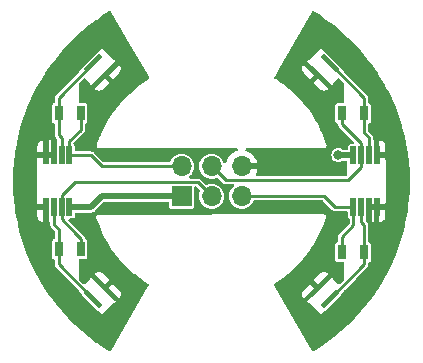
<source format=gbr>
%TF.GenerationSoftware,KiCad,Pcbnew,(6.0.7)*%
%TF.CreationDate,2022-10-08T17:42:11+02:00*%
%TF.ProjectId,Helios_PCB_receiver,48656c69-6f73-45f5-9043-425f72656365,rev?*%
%TF.SameCoordinates,Original*%
%TF.FileFunction,Copper,L1,Top*%
%TF.FilePolarity,Positive*%
%FSLAX46Y46*%
G04 Gerber Fmt 4.6, Leading zero omitted, Abs format (unit mm)*
G04 Created by KiCad (PCBNEW (6.0.7)) date 2022-10-08 17:42:11*
%MOMM*%
%LPD*%
G01*
G04 APERTURE LIST*
G04 Aperture macros list*
%AMRotRect*
0 Rectangle, with rotation*
0 The origin of the aperture is its center*
0 $1 length*
0 $2 width*
0 $3 Rotation angle, in degrees counterclockwise*
0 Add horizontal line*
21,1,$1,$2,0,0,$3*%
G04 Aperture macros list end*
%TA.AperFunction,SMDPad,CuDef*%
%ADD10R,0.500000X1.500000*%
%TD*%
%TA.AperFunction,SMDPad,CuDef*%
%ADD11R,0.700000X1.300000*%
%TD*%
%TA.AperFunction,SMDPad,CuDef*%
%ADD12RotRect,1.900000X0.400000X225.000000*%
%TD*%
%TA.AperFunction,SMDPad,CuDef*%
%ADD13RotRect,1.900000X0.400000X45.000000*%
%TD*%
%TA.AperFunction,SMDPad,CuDef*%
%ADD14RotRect,1.900000X0.400000X315.000000*%
%TD*%
%TA.AperFunction,SMDPad,CuDef*%
%ADD15RotRect,1.900000X0.400000X135.000000*%
%TD*%
%TA.AperFunction,ComponentPad*%
%ADD16R,1.700000X1.700000*%
%TD*%
%TA.AperFunction,ComponentPad*%
%ADD17O,1.700000X1.700000*%
%TD*%
%TA.AperFunction,ViaPad*%
%ADD18C,0.800000*%
%TD*%
%TA.AperFunction,Conductor*%
%ADD19C,0.250000*%
%TD*%
%TA.AperFunction,Conductor*%
%ADD20C,0.500000*%
%TD*%
G04 APERTURE END LIST*
D10*
%TO.P,U1,1,OA*%
%TO.N,O2*%
X177025000Y-102200000D03*
%TO.P,U1,2,-IA*%
%TO.N,Net-(F2-Pad1)*%
X177675000Y-102200000D03*
%TO.P,U1,3,+IA*%
%TO.N,GND*%
X178325000Y-102200000D03*
%TO.P,U1,4,GND*%
X178975000Y-102200000D03*
%TO.P,U1,5,+IB*%
X178975000Y-97800000D03*
%TO.P,U1,6,-IB*%
%TO.N,Net-(F3-Pad1)*%
X178325000Y-97800000D03*
%TO.P,U1,7,OB*%
%TO.N,O3*%
X177675000Y-97800000D03*
%TO.P,U1,8,VCC*%
%TO.N,VCC*%
X177025000Y-97800000D03*
%TD*%
D11*
%TO.P,R0,1*%
%TO.N,O0*%
X153950000Y-94250000D03*
%TO.P,R0,2*%
%TO.N,Net-(F0-Pad1)*%
X152050000Y-94250000D03*
%TD*%
D12*
%TO.P,F2,1,K*%
%TO.N,Net-(F2-Pad1)*%
X174994975Y-109994975D03*
%TO.P,F2,2,A*%
%TO.N,GND*%
X174005025Y-109005025D03*
%TD*%
D13*
%TO.P,F0,1,K*%
%TO.N,Net-(F0-Pad1)*%
X155005025Y-90005025D03*
%TO.P,F0,2,A*%
%TO.N,GND*%
X155994975Y-90994975D03*
%TD*%
D11*
%TO.P,R3,1*%
%TO.N,O3*%
X176050000Y-94250000D03*
%TO.P,R3,2*%
%TO.N,Net-(F3-Pad1)*%
X177950000Y-94250000D03*
%TD*%
D10*
%TO.P,U0,1,OA*%
%TO.N,O0*%
X152975000Y-97800000D03*
%TO.P,U0,2,-IA*%
%TO.N,Net-(F0-Pad1)*%
X152325000Y-97800000D03*
%TO.P,U0,3,+IA*%
%TO.N,GND*%
X151675000Y-97800000D03*
%TO.P,U0,4,GND*%
X151025000Y-97800000D03*
%TO.P,U0,5,+IB*%
X151025000Y-102200000D03*
%TO.P,U0,6,-IB*%
%TO.N,Net-(F1-Pad1)*%
X151675000Y-102200000D03*
%TO.P,U0,7,OB*%
%TO.N,O1*%
X152325000Y-102200000D03*
%TO.P,U0,8,VCC*%
%TO.N,VCC*%
X152975000Y-102200000D03*
%TD*%
D14*
%TO.P,F3,1,K*%
%TO.N,Net-(F3-Pad1)*%
X174994975Y-90005025D03*
%TO.P,F3,2,A*%
%TO.N,GND*%
X174005025Y-90994975D03*
%TD*%
D15*
%TO.P,F1,1,K*%
%TO.N,Net-(F1-Pad1)*%
X155005025Y-109994975D03*
%TO.P,F1,2,A*%
%TO.N,GND*%
X155994975Y-109005025D03*
%TD*%
D11*
%TO.P,R2,1*%
%TO.N,O2*%
X176050000Y-106000000D03*
%TO.P,R2,2*%
%TO.N,Net-(F2-Pad1)*%
X177950000Y-106000000D03*
%TD*%
D16*
%TO.P,J0,1,Pin_1*%
%TO.N,VCC*%
X162475000Y-101275000D03*
D17*
%TO.P,J0,2,Pin_2*%
%TO.N,O0*%
X162475000Y-98735000D03*
%TO.P,J0,3,Pin_3*%
%TO.N,O1*%
X165015000Y-101275000D03*
%TO.P,J0,4,Pin_4*%
%TO.N,O3*%
X165015000Y-98735000D03*
%TO.P,J0,5,Pin_5*%
%TO.N,O2*%
X167555000Y-101275000D03*
%TO.P,J0,6,Pin_6*%
%TO.N,GND*%
X167555000Y-98735000D03*
%TD*%
D11*
%TO.P,R1,1*%
%TO.N,O1*%
X153950000Y-105750000D03*
%TO.P,R1,2*%
%TO.N,Net-(F1-Pad1)*%
X152050000Y-105750000D03*
%TD*%
D18*
%TO.N,VCC*%
X175750000Y-97800000D03*
%TD*%
D19*
%TO.N,Net-(F0-Pad1)*%
X152050000Y-96050000D02*
X152050000Y-94250000D01*
X152325000Y-96325000D02*
X152050000Y-96050000D01*
X155005025Y-90005025D02*
X152050000Y-92960050D01*
X152325000Y-97800000D02*
X152325000Y-96325000D01*
X152050000Y-92960050D02*
X152050000Y-94250000D01*
%TO.N,Net-(F1-Pad1)*%
X151675000Y-103675000D02*
X152050000Y-104050000D01*
X152050000Y-104050000D02*
X152050000Y-105750000D01*
X151675000Y-102200000D02*
X151675000Y-103675000D01*
X152050000Y-107039950D02*
X152050000Y-105750000D01*
X155005025Y-109994975D02*
X152050000Y-107039950D01*
%TO.N,Net-(F2-Pad1)*%
X177950000Y-103700000D02*
X177950000Y-106000000D01*
X177950000Y-106000000D02*
X177950000Y-107039950D01*
X177950000Y-107039950D02*
X174994975Y-109994975D01*
X177675000Y-103425000D02*
X177950000Y-103700000D01*
X177675000Y-102200000D02*
X177675000Y-103425000D01*
%TO.N,Net-(F3-Pad1)*%
X174994975Y-90005025D02*
X177950000Y-92960050D01*
X177950000Y-95900000D02*
X177950000Y-94250000D01*
X177950000Y-92960050D02*
X177950000Y-94250000D01*
X178325000Y-96275000D02*
X177950000Y-95900000D01*
X178325000Y-97800000D02*
X178325000Y-96275000D01*
%TO.N,O0*%
X153950000Y-94250000D02*
X153950000Y-95650000D01*
X153950000Y-95650000D02*
X152975000Y-96625000D01*
X162475000Y-98735000D02*
X155735000Y-98735000D01*
X155735000Y-98735000D02*
X154800000Y-97800000D01*
X152975000Y-96625000D02*
X152975000Y-97800000D01*
X154800000Y-97800000D02*
X152975000Y-97800000D01*
%TO.N,O1*%
X163840000Y-100100000D02*
X153425000Y-100100000D01*
X165015000Y-101275000D02*
X163840000Y-100100000D01*
X153950000Y-104850000D02*
X153550000Y-104450000D01*
X153950000Y-105750000D02*
X153950000Y-104850000D01*
X152325000Y-103225000D02*
X152325000Y-102200000D01*
X153550000Y-104450000D02*
X152325000Y-103225000D01*
X152325000Y-101200000D02*
X152325000Y-102200000D01*
X153425000Y-100100000D02*
X152325000Y-101200000D01*
%TO.N,O2*%
X175450000Y-102200000D02*
X177025000Y-102200000D01*
X176050000Y-104700000D02*
X177025000Y-103725000D01*
X176050000Y-106000000D02*
X176050000Y-104700000D01*
X167555000Y-101275000D02*
X174525000Y-101275000D01*
X177025000Y-103725000D02*
X177025000Y-102200000D01*
X174525000Y-101275000D02*
X175450000Y-102200000D01*
%TO.N,O3*%
X166190000Y-99910000D02*
X176565000Y-99910000D01*
X176565000Y-99910000D02*
X177675000Y-98800000D01*
X177675000Y-96800000D02*
X177675000Y-97800000D01*
X176050000Y-94250000D02*
X176050000Y-95175000D01*
X176050000Y-95175000D02*
X177675000Y-96800000D01*
X177675000Y-98800000D02*
X177675000Y-97800000D01*
X165015000Y-98735000D02*
X166190000Y-99910000D01*
D20*
%TO.N,VCC*%
X154800000Y-102200000D02*
X153025000Y-102200000D01*
X155725000Y-101275000D02*
X154800000Y-102200000D01*
X175750000Y-97800000D02*
X176975000Y-97800000D01*
X162475000Y-101275000D02*
X155725000Y-101275000D01*
%TD*%
%TA.AperFunction,Conductor*%
%TO.N,GND*%
G36*
X156466659Y-85619069D02*
G01*
X156505116Y-85660444D01*
X157757826Y-87834263D01*
X159586635Y-91007783D01*
X159691591Y-91189913D01*
X159708273Y-91258922D01*
X159684998Y-91325995D01*
X159648422Y-91360155D01*
X159430799Y-91493979D01*
X159430776Y-91493994D01*
X159429254Y-91494930D01*
X159427788Y-91495951D01*
X159427773Y-91495961D01*
X158954544Y-91825599D01*
X158954533Y-91825607D01*
X158953066Y-91826629D01*
X158496578Y-92184956D01*
X158495254Y-92186124D01*
X158495246Y-92186130D01*
X158343296Y-92320099D01*
X158061279Y-92568744D01*
X158060023Y-92569986D01*
X158060012Y-92569996D01*
X157837981Y-92789503D01*
X157648586Y-92976744D01*
X157259844Y-93407626D01*
X157258727Y-93409016D01*
X157258721Y-93409023D01*
X157251486Y-93418026D01*
X156896320Y-93859986D01*
X156559197Y-94332350D01*
X156558229Y-94333885D01*
X156558224Y-94333892D01*
X156430006Y-94537150D01*
X156249575Y-94823179D01*
X156248705Y-94824750D01*
X156248701Y-94824757D01*
X155972458Y-95323658D01*
X155968462Y-95330874D01*
X155716774Y-95853782D01*
X155606657Y-96120525D01*
X155501499Y-96375255D01*
X155495330Y-96390198D01*
X155494749Y-96391870D01*
X155494746Y-96391878D01*
X155436404Y-96559784D01*
X155348785Y-96811946D01*
X155307686Y-96930225D01*
X155306357Y-96933578D01*
X155304107Y-96937386D01*
X155303890Y-96938071D01*
X155303312Y-96945145D01*
X155303311Y-96945148D01*
X155303208Y-96946412D01*
X155303181Y-96946590D01*
X155299503Y-96954228D01*
X155299500Y-96968413D01*
X155299500Y-96968415D01*
X155299497Y-96986653D01*
X155299078Y-96996899D01*
X155296433Y-97029242D01*
X155299488Y-97037191D01*
X155299487Y-97045704D01*
X155307347Y-97062042D01*
X155313547Y-97074931D01*
X155317614Y-97084348D01*
X155329252Y-97114627D01*
X155335450Y-97120463D01*
X155339142Y-97128137D01*
X155364497Y-97148384D01*
X155372239Y-97155101D01*
X155395852Y-97177334D01*
X155403968Y-97179905D01*
X155410623Y-97185219D01*
X155438422Y-97191591D01*
X155442252Y-97192469D01*
X155452147Y-97195166D01*
X155469529Y-97200672D01*
X155469530Y-97200672D01*
X155483058Y-97204957D01*
X155505540Y-97201748D01*
X155523250Y-97200484D01*
X167112362Y-97192314D01*
X167180497Y-97212268D01*
X167227028Y-97265891D01*
X167237181Y-97336158D01*
X167207734Y-97400759D01*
X167151596Y-97438079D01*
X167031868Y-97477212D01*
X167022359Y-97481209D01*
X166833463Y-97579542D01*
X166824738Y-97585036D01*
X166654433Y-97712905D01*
X166646726Y-97719748D01*
X166499590Y-97873717D01*
X166493104Y-97881727D01*
X166373098Y-98057649D01*
X166368000Y-98066623D01*
X166278338Y-98259783D01*
X166274775Y-98269470D01*
X166246012Y-98373185D01*
X166208533Y-98433483D01*
X166144405Y-98463946D01*
X166073986Y-98454903D01*
X166019636Y-98409224D01*
X166003973Y-98375933D01*
X166002965Y-98372595D01*
X165990935Y-98332749D01*
X165894218Y-98150849D01*
X165795654Y-98029998D01*
X165767906Y-97995975D01*
X165767903Y-97995972D01*
X165764011Y-97991200D01*
X165722383Y-97956762D01*
X165610025Y-97863811D01*
X165610021Y-97863809D01*
X165605275Y-97859882D01*
X165424055Y-97761897D01*
X165227254Y-97700977D01*
X165221129Y-97700333D01*
X165221128Y-97700333D01*
X165028498Y-97680087D01*
X165028496Y-97680087D01*
X165022369Y-97679443D01*
X164935529Y-97687346D01*
X164823342Y-97697555D01*
X164823339Y-97697556D01*
X164817203Y-97698114D01*
X164619572Y-97756280D01*
X164437002Y-97851726D01*
X164432201Y-97855586D01*
X164432198Y-97855588D01*
X164399688Y-97881727D01*
X164276447Y-97980815D01*
X164144024Y-98138630D01*
X164141056Y-98144028D01*
X164141053Y-98144033D01*
X164091976Y-98233305D01*
X164044776Y-98319162D01*
X163982484Y-98515532D01*
X163981798Y-98521649D01*
X163981797Y-98521653D01*
X163960207Y-98714137D01*
X163959520Y-98720262D01*
X163960036Y-98726406D01*
X163975902Y-98915342D01*
X163976759Y-98925553D01*
X163978458Y-98931478D01*
X164016534Y-99064264D01*
X164033544Y-99123586D01*
X164036359Y-99129063D01*
X164036360Y-99129066D01*
X164124897Y-99301341D01*
X164127712Y-99306818D01*
X164255677Y-99468270D01*
X164260370Y-99472264D01*
X164260371Y-99472265D01*
X164378869Y-99573114D01*
X164412564Y-99601791D01*
X164417942Y-99604797D01*
X164417944Y-99604798D01*
X164456342Y-99626258D01*
X164592398Y-99702297D01*
X164667352Y-99726651D01*
X164782471Y-99764056D01*
X164782475Y-99764057D01*
X164788329Y-99765959D01*
X164992894Y-99790351D01*
X164999029Y-99789879D01*
X164999031Y-99789879D01*
X165055039Y-99785569D01*
X165198300Y-99774546D01*
X165204230Y-99772890D01*
X165204232Y-99772890D01*
X165390797Y-99720800D01*
X165390796Y-99720800D01*
X165396725Y-99719145D01*
X165402221Y-99716369D01*
X165409722Y-99712580D01*
X165479544Y-99699721D01*
X165545235Y-99726651D01*
X165555626Y-99735952D01*
X165945889Y-100126215D01*
X165953316Y-100134319D01*
X165977545Y-100163194D01*
X165987094Y-100168707D01*
X166010185Y-100182039D01*
X166019456Y-100187945D01*
X166050316Y-100209554D01*
X166060966Y-100212408D01*
X166064134Y-100213885D01*
X166067410Y-100215077D01*
X166076955Y-100220588D01*
X166110699Y-100226538D01*
X166114058Y-100227130D01*
X166124785Y-100229508D01*
X166161193Y-100239264D01*
X166172178Y-100238303D01*
X166172180Y-100238303D01*
X166198728Y-100235980D01*
X166209710Y-100235500D01*
X166813511Y-100235500D01*
X166881632Y-100255502D01*
X166928125Y-100309158D01*
X166938229Y-100379432D01*
X166908735Y-100444012D01*
X166892464Y-100459696D01*
X166816447Y-100520815D01*
X166684024Y-100678630D01*
X166681056Y-100684028D01*
X166681053Y-100684033D01*
X166590740Y-100848314D01*
X166584776Y-100859162D01*
X166522484Y-101055532D01*
X166521798Y-101061649D01*
X166521797Y-101061653D01*
X166510966Y-101158216D01*
X166499520Y-101260262D01*
X166500036Y-101266406D01*
X166513795Y-101430252D01*
X166516759Y-101465553D01*
X166518458Y-101471478D01*
X166566037Y-101637405D01*
X166573544Y-101663586D01*
X166576359Y-101669063D01*
X166576360Y-101669066D01*
X166643218Y-101799158D01*
X166667712Y-101846818D01*
X166795677Y-102008270D01*
X166800370Y-102012264D01*
X166800371Y-102012265D01*
X166875260Y-102076000D01*
X166952564Y-102141791D01*
X167132398Y-102242297D01*
X167216280Y-102269552D01*
X167322471Y-102304056D01*
X167322475Y-102304057D01*
X167328329Y-102305959D01*
X167532894Y-102330351D01*
X167539029Y-102329879D01*
X167539031Y-102329879D01*
X167611625Y-102324293D01*
X167738300Y-102314546D01*
X167744230Y-102312890D01*
X167744232Y-102312890D01*
X167930797Y-102260800D01*
X167930796Y-102260800D01*
X167936725Y-102259145D01*
X167942214Y-102256372D01*
X167942220Y-102256370D01*
X168115116Y-102169033D01*
X168120610Y-102166258D01*
X168282951Y-102039424D01*
X168361582Y-101948329D01*
X168413540Y-101888134D01*
X168413540Y-101888133D01*
X168417564Y-101883472D01*
X168438387Y-101846818D01*
X168501083Y-101736452D01*
X168519323Y-101704344D01*
X168525184Y-101686726D01*
X168565666Y-101628403D01*
X168631254Y-101601224D01*
X168644741Y-101600500D01*
X174337984Y-101600500D01*
X174406105Y-101620502D01*
X174427079Y-101637405D01*
X175205889Y-102416215D01*
X175213316Y-102424319D01*
X175237545Y-102453194D01*
X175247094Y-102458707D01*
X175270185Y-102472039D01*
X175279456Y-102477945D01*
X175310316Y-102499554D01*
X175320966Y-102502408D01*
X175324134Y-102503885D01*
X175327410Y-102505077D01*
X175336955Y-102510588D01*
X175370699Y-102516538D01*
X175374058Y-102517130D01*
X175384785Y-102519508D01*
X175421193Y-102529264D01*
X175432169Y-102528304D01*
X175432172Y-102528304D01*
X175458743Y-102525979D01*
X175469724Y-102525500D01*
X176448500Y-102525500D01*
X176516621Y-102545502D01*
X176563114Y-102599158D01*
X176574500Y-102651500D01*
X176574500Y-102969748D01*
X176575707Y-102975816D01*
X176583712Y-103016058D01*
X176586133Y-103028231D01*
X176630448Y-103094552D01*
X176640761Y-103101443D01*
X176640765Y-103101447D01*
X176643501Y-103103275D01*
X176648121Y-103108803D01*
X176649540Y-103110222D01*
X176649413Y-103110349D01*
X176689029Y-103157751D01*
X176699500Y-103208040D01*
X176699500Y-103537983D01*
X176679498Y-103606104D01*
X176662595Y-103627078D01*
X175833787Y-104455886D01*
X175825684Y-104463312D01*
X175805249Y-104480460D01*
X175796806Y-104487545D01*
X175791296Y-104497089D01*
X175791295Y-104497090D01*
X175777961Y-104520185D01*
X175772055Y-104529456D01*
X175750446Y-104560316D01*
X175747592Y-104570966D01*
X175746115Y-104574134D01*
X175744923Y-104577410D01*
X175739412Y-104586955D01*
X175736072Y-104605900D01*
X175732870Y-104624058D01*
X175730492Y-104634785D01*
X175720736Y-104671193D01*
X175721697Y-104682178D01*
X175721697Y-104682180D01*
X175724020Y-104708728D01*
X175724500Y-104719710D01*
X175724500Y-105037293D01*
X175704498Y-105105414D01*
X175650842Y-105151907D01*
X175645295Y-105153698D01*
X175645405Y-105153963D01*
X175633939Y-105158712D01*
X175621769Y-105161133D01*
X175555448Y-105205448D01*
X175511133Y-105271769D01*
X175499500Y-105330252D01*
X175499500Y-106669748D01*
X175511133Y-106728231D01*
X175555448Y-106794552D01*
X175621769Y-106838867D01*
X175633938Y-106841288D01*
X175633939Y-106841288D01*
X175657815Y-106846037D01*
X175680252Y-106850500D01*
X176124000Y-106850500D01*
X176192121Y-106870502D01*
X176238614Y-106924158D01*
X176250000Y-106976500D01*
X176250000Y-108227432D01*
X176229998Y-108295553D01*
X176213095Y-108316527D01*
X175853906Y-108675716D01*
X175791594Y-108709742D01*
X175720779Y-108704677D01*
X175675716Y-108675716D01*
X175310388Y-108310388D01*
X175284782Y-108273443D01*
X175253836Y-108205378D01*
X175245613Y-108192025D01*
X175213546Y-108152143D01*
X175209004Y-108147081D01*
X175190217Y-108128295D01*
X175176276Y-108120683D01*
X175174441Y-108120814D01*
X175167827Y-108125065D01*
X174005025Y-109287868D01*
X173128297Y-110164595D01*
X173120683Y-110178539D01*
X173120814Y-110180373D01*
X173125063Y-110186985D01*
X173147069Y-110208991D01*
X173152153Y-110213553D01*
X173192026Y-110245614D01*
X173205377Y-110253835D01*
X173273443Y-110284782D01*
X173310388Y-110310388D01*
X174250000Y-111250000D01*
X174466053Y-111033947D01*
X174519690Y-111005277D01*
X174519238Y-111004185D01*
X174530322Y-110999594D01*
X174530566Y-110999463D01*
X174542876Y-110997015D01*
X174592456Y-110963887D01*
X175963887Y-109592456D01*
X175997015Y-109542876D01*
X175999463Y-109530566D01*
X175999594Y-109530322D01*
X176004185Y-109519238D01*
X176005277Y-109519690D01*
X176033947Y-109466053D01*
X176250000Y-109250000D01*
X176246238Y-109246238D01*
X176252921Y-109234001D01*
X176261102Y-109196391D01*
X176282595Y-109167681D01*
X177200277Y-108250000D01*
X178166222Y-107284055D01*
X178174326Y-107276628D01*
X178194749Y-107259491D01*
X178203194Y-107252405D01*
X178222039Y-107219765D01*
X178227943Y-107210497D01*
X178243231Y-107188663D01*
X178249553Y-107179634D01*
X178252406Y-107168988D01*
X178253883Y-107165820D01*
X178255076Y-107162543D01*
X178260588Y-107152995D01*
X178267132Y-107115881D01*
X178269512Y-107105146D01*
X178276410Y-107079404D01*
X178279263Y-107068757D01*
X178275979Y-107031219D01*
X178275500Y-107020238D01*
X178275500Y-106962707D01*
X178295502Y-106894586D01*
X178349158Y-106848093D01*
X178354705Y-106846302D01*
X178354595Y-106846037D01*
X178366061Y-106841288D01*
X178378231Y-106838867D01*
X178444552Y-106794552D01*
X178488867Y-106728231D01*
X178500500Y-106669748D01*
X178500500Y-105330252D01*
X178488867Y-105271769D01*
X178444552Y-105205448D01*
X178378231Y-105161133D01*
X178366061Y-105158712D01*
X178354595Y-105153963D01*
X178356218Y-105150044D01*
X178314007Y-105127963D01*
X178278877Y-105066267D01*
X178275500Y-105037293D01*
X178275500Y-103719710D01*
X178275980Y-103708728D01*
X178278303Y-103682180D01*
X178278303Y-103682178D01*
X178279264Y-103671193D01*
X178269508Y-103634785D01*
X178267130Y-103624058D01*
X178263964Y-103606104D01*
X178260588Y-103586955D01*
X178255077Y-103577410D01*
X178253885Y-103574134D01*
X178252408Y-103570966D01*
X178249554Y-103560316D01*
X178227945Y-103529456D01*
X178222039Y-103520185D01*
X178208707Y-103497094D01*
X178203194Y-103487545D01*
X178174317Y-103463315D01*
X178166215Y-103455889D01*
X178150210Y-103439884D01*
X178575000Y-103439884D01*
X178579475Y-103455123D01*
X178580865Y-103456328D01*
X178588548Y-103457999D01*
X178619670Y-103457999D01*
X178626482Y-103457630D01*
X178636386Y-103456554D01*
X178663607Y-103456554D01*
X178673523Y-103457631D01*
X178680327Y-103458000D01*
X178706885Y-103458000D01*
X178722124Y-103453525D01*
X178723329Y-103452135D01*
X178725000Y-103444452D01*
X178725000Y-103439884D01*
X179225000Y-103439884D01*
X179229475Y-103455123D01*
X179230865Y-103456328D01*
X179238548Y-103457999D01*
X179269669Y-103457999D01*
X179276490Y-103457629D01*
X179327352Y-103452105D01*
X179342604Y-103448479D01*
X179463054Y-103403324D01*
X179478649Y-103394786D01*
X179580724Y-103318285D01*
X179593285Y-103305724D01*
X179669786Y-103203649D01*
X179678324Y-103188054D01*
X179723478Y-103067606D01*
X179727105Y-103052351D01*
X179732631Y-103001486D01*
X179733000Y-102994672D01*
X179733000Y-102468115D01*
X179728525Y-102452876D01*
X179727135Y-102451671D01*
X179719452Y-102450000D01*
X179243115Y-102450000D01*
X179227876Y-102454475D01*
X179226671Y-102455865D01*
X179225000Y-102463548D01*
X179225000Y-103439884D01*
X178725000Y-103439884D01*
X178725000Y-102468115D01*
X178720525Y-102452876D01*
X178719135Y-102451671D01*
X178711452Y-102450000D01*
X178593115Y-102450000D01*
X178577876Y-102454475D01*
X178576671Y-102455865D01*
X178575000Y-102463548D01*
X178575000Y-103439884D01*
X178150210Y-103439884D01*
X178111905Y-103401579D01*
X178077879Y-103339267D01*
X178075000Y-103312484D01*
X178075000Y-103124621D01*
X178096235Y-103054619D01*
X178106972Y-103038550D01*
X178113867Y-103028231D01*
X178125500Y-102969748D01*
X178125500Y-102076000D01*
X178145502Y-102007879D01*
X178199158Y-101961386D01*
X178251500Y-101950000D01*
X179714884Y-101950000D01*
X179730123Y-101945525D01*
X179731328Y-101944135D01*
X179732999Y-101936452D01*
X179732999Y-101808822D01*
X179742689Y-101775819D01*
X179741493Y-101775559D01*
X179747053Y-101750000D01*
X179750000Y-101750000D01*
X179750000Y-98250000D01*
X179744681Y-98250000D01*
X179738104Y-98227601D01*
X179733000Y-98192103D01*
X179733000Y-98068115D01*
X179728525Y-98052876D01*
X179727135Y-98051671D01*
X179719452Y-98050000D01*
X178901500Y-98050000D01*
X178833379Y-98029998D01*
X178786886Y-97976342D01*
X178775500Y-97924000D01*
X178775500Y-97531885D01*
X179225000Y-97531885D01*
X179229475Y-97547124D01*
X179230865Y-97548329D01*
X179238548Y-97550000D01*
X179714884Y-97550000D01*
X179730123Y-97545525D01*
X179731328Y-97544135D01*
X179732999Y-97536452D01*
X179732999Y-97005331D01*
X179732629Y-96998510D01*
X179727105Y-96947648D01*
X179723479Y-96932396D01*
X179678324Y-96811946D01*
X179669786Y-96796351D01*
X179593285Y-96694276D01*
X179580724Y-96681715D01*
X179478649Y-96605214D01*
X179463054Y-96596676D01*
X179342606Y-96551522D01*
X179327351Y-96547895D01*
X179276486Y-96542369D01*
X179269672Y-96542000D01*
X179243115Y-96542000D01*
X179227876Y-96546475D01*
X179226671Y-96547865D01*
X179225000Y-96555548D01*
X179225000Y-97531885D01*
X178775500Y-97531885D01*
X178775500Y-97030252D01*
X178763867Y-96971769D01*
X178746235Y-96945381D01*
X178725000Y-96875379D01*
X178725000Y-96560116D01*
X178720525Y-96544877D01*
X178694830Y-96522612D01*
X178696155Y-96521083D01*
X178687421Y-96516316D01*
X178653385Y-96454010D01*
X178650500Y-96427204D01*
X178650500Y-96294710D01*
X178650980Y-96283728D01*
X178653303Y-96257180D01*
X178653303Y-96257178D01*
X178654264Y-96246193D01*
X178644508Y-96209785D01*
X178642130Y-96199058D01*
X178639707Y-96185316D01*
X178635588Y-96161955D01*
X178630077Y-96152410D01*
X178628885Y-96149134D01*
X178627408Y-96145966D01*
X178624554Y-96135316D01*
X178602945Y-96104456D01*
X178597039Y-96095185D01*
X178583707Y-96072094D01*
X178578194Y-96062545D01*
X178549317Y-96038315D01*
X178541215Y-96030889D01*
X178312405Y-95802079D01*
X178278379Y-95739767D01*
X178275500Y-95712984D01*
X178275500Y-95212707D01*
X178295502Y-95144586D01*
X178349158Y-95098093D01*
X178354705Y-95096302D01*
X178354595Y-95096037D01*
X178366061Y-95091288D01*
X178378231Y-95088867D01*
X178444552Y-95044552D01*
X178488867Y-94978231D01*
X178500500Y-94919748D01*
X178500500Y-93580252D01*
X178488867Y-93521769D01*
X178444552Y-93455448D01*
X178378231Y-93411133D01*
X178366061Y-93408712D01*
X178354595Y-93403963D01*
X178356218Y-93400044D01*
X178314007Y-93377963D01*
X178278877Y-93316267D01*
X178275500Y-93287293D01*
X178275500Y-92979748D01*
X178275980Y-92968766D01*
X178278302Y-92942230D01*
X178278302Y-92942228D01*
X178279263Y-92931243D01*
X178269512Y-92894853D01*
X178267132Y-92884119D01*
X178262502Y-92857862D01*
X178260588Y-92847005D01*
X178255076Y-92837457D01*
X178253883Y-92834180D01*
X178252406Y-92831012D01*
X178249553Y-92820366D01*
X178227942Y-92789502D01*
X178222038Y-92780234D01*
X178208707Y-92757144D01*
X178203194Y-92747595D01*
X178174331Y-92723376D01*
X178166227Y-92715950D01*
X177244899Y-91794622D01*
X176281551Y-90831275D01*
X176247526Y-90768963D01*
X176245453Y-90754547D01*
X176250000Y-90750000D01*
X176033947Y-90533947D01*
X176005277Y-90480310D01*
X176004185Y-90480762D01*
X175999594Y-90469678D01*
X175999463Y-90469433D01*
X175999436Y-90469296D01*
X175997015Y-90457124D01*
X175963887Y-90407544D01*
X174592456Y-89036113D01*
X174542876Y-89002985D01*
X174530566Y-89000537D01*
X174530322Y-89000406D01*
X174519238Y-88995815D01*
X174519690Y-88994723D01*
X174466053Y-88966053D01*
X174250000Y-88750000D01*
X173310388Y-89689612D01*
X173273443Y-89715218D01*
X173205378Y-89746164D01*
X173192025Y-89754387D01*
X173152143Y-89786454D01*
X173147081Y-89790996D01*
X173128295Y-89809783D01*
X173120683Y-89823724D01*
X173120814Y-89825559D01*
X173125064Y-89832172D01*
X174005025Y-90712132D01*
X175164599Y-91871707D01*
X175178537Y-91879318D01*
X175180373Y-91879186D01*
X175186985Y-91874937D01*
X175208991Y-91852931D01*
X175213553Y-91847847D01*
X175245614Y-91807974D01*
X175253835Y-91794623D01*
X175284782Y-91726557D01*
X175310388Y-91689612D01*
X175675716Y-91324284D01*
X175738028Y-91290258D01*
X175808843Y-91295323D01*
X175853906Y-91324284D01*
X176213095Y-91683473D01*
X176247121Y-91745785D01*
X176250000Y-91772568D01*
X176250000Y-93273500D01*
X176229998Y-93341621D01*
X176176342Y-93388114D01*
X176124000Y-93399500D01*
X175680252Y-93399500D01*
X175674184Y-93400707D01*
X175633939Y-93408712D01*
X175633938Y-93408712D01*
X175621769Y-93411133D01*
X175555448Y-93455448D01*
X175511133Y-93521769D01*
X175499500Y-93580252D01*
X175499500Y-94919748D01*
X175511133Y-94978231D01*
X175555448Y-95044552D01*
X175621769Y-95088867D01*
X175633940Y-95091288D01*
X175645140Y-95095927D01*
X175700421Y-95140474D01*
X175721241Y-95198030D01*
X175720736Y-95203807D01*
X175723590Y-95214456D01*
X175730491Y-95240210D01*
X175732870Y-95250942D01*
X175739412Y-95288045D01*
X175744923Y-95297590D01*
X175746115Y-95300866D01*
X175747592Y-95304034D01*
X175750446Y-95314684D01*
X175761783Y-95330874D01*
X175772055Y-95345544D01*
X175777961Y-95354815D01*
X175790193Y-95376000D01*
X175796806Y-95387455D01*
X175805251Y-95394541D01*
X175825682Y-95411685D01*
X175833785Y-95419111D01*
X177049079Y-96634405D01*
X177083105Y-96696717D01*
X177078040Y-96767532D01*
X177035493Y-96824368D01*
X176968973Y-96849179D01*
X176959984Y-96849500D01*
X176755252Y-96849500D01*
X176749184Y-96850707D01*
X176708939Y-96858712D01*
X176708938Y-96858712D01*
X176696769Y-96861133D01*
X176630448Y-96905448D01*
X176586133Y-96971769D01*
X176583712Y-96983938D01*
X176583712Y-96983939D01*
X176577474Y-97015299D01*
X176574500Y-97030252D01*
X176574500Y-97223500D01*
X176554498Y-97291621D01*
X176500842Y-97338114D01*
X176448500Y-97349500D01*
X176192099Y-97349500D01*
X176123978Y-97329498D01*
X176115395Y-97323463D01*
X176059392Y-97280491D01*
X176052841Y-97275464D01*
X175906762Y-97214956D01*
X175750000Y-97194318D01*
X175593238Y-97214956D01*
X175447159Y-97275464D01*
X175321718Y-97371718D01*
X175225464Y-97497159D01*
X175164956Y-97643238D01*
X175144318Y-97800000D01*
X175164956Y-97956762D01*
X175225464Y-98102841D01*
X175321718Y-98228282D01*
X175328264Y-98233305D01*
X175350673Y-98250500D01*
X175447159Y-98324536D01*
X175593238Y-98385044D01*
X175601426Y-98386122D01*
X175671619Y-98395363D01*
X175750000Y-98405682D01*
X175758188Y-98404604D01*
X175898574Y-98386122D01*
X175906762Y-98385044D01*
X176052841Y-98324536D01*
X176115395Y-98276537D01*
X176181616Y-98250937D01*
X176192099Y-98250500D01*
X176374000Y-98250500D01*
X176442121Y-98270502D01*
X176488614Y-98324158D01*
X176500000Y-98376500D01*
X176500000Y-99458500D01*
X176479998Y-99526621D01*
X176426342Y-99573114D01*
X176374000Y-99584500D01*
X168852855Y-99584500D01*
X168784734Y-99564498D01*
X168738241Y-99510842D01*
X168728137Y-99440568D01*
X168739898Y-99402673D01*
X168819670Y-99241267D01*
X168823469Y-99231672D01*
X168885377Y-99027910D01*
X168887555Y-99017837D01*
X168888986Y-99006962D01*
X168886775Y-98992778D01*
X168873617Y-98989000D01*
X167427000Y-98989000D01*
X167358879Y-98968998D01*
X167312386Y-98915342D01*
X167301000Y-98863000D01*
X167301000Y-98607000D01*
X167321002Y-98538879D01*
X167374658Y-98492386D01*
X167427000Y-98481000D01*
X168873344Y-98481000D01*
X168886875Y-98477027D01*
X168888180Y-98467947D01*
X168846214Y-98300875D01*
X168842894Y-98291124D01*
X168757972Y-98095814D01*
X168753105Y-98086739D01*
X168637426Y-97907926D01*
X168631136Y-97899757D01*
X168487806Y-97742240D01*
X168480273Y-97735215D01*
X168313139Y-97603222D01*
X168304552Y-97597517D01*
X168118117Y-97494599D01*
X168108705Y-97490368D01*
X167956479Y-97436462D01*
X167898942Y-97394868D01*
X167873027Y-97328770D01*
X167886961Y-97259154D01*
X167936320Y-97208123D01*
X167998450Y-97191689D01*
X174518745Y-97187092D01*
X174537061Y-97188419D01*
X174558737Y-97191591D01*
X174572277Y-97187354D01*
X174572279Y-97187354D01*
X174590177Y-97181753D01*
X174599696Y-97179178D01*
X174631826Y-97171825D01*
X174638226Y-97166718D01*
X174646039Y-97164273D01*
X174656404Y-97154582D01*
X174670110Y-97141767D01*
X174677554Y-97135333D01*
X174703325Y-97114768D01*
X174706878Y-97107388D01*
X174712857Y-97101798D01*
X174724785Y-97071085D01*
X174728711Y-97062042D01*
X174736851Y-97045135D01*
X174743008Y-97032348D01*
X174743009Y-97024159D01*
X174745973Y-97016528D01*
X174743423Y-96983942D01*
X174743402Y-96983674D01*
X174743018Y-96973825D01*
X174743021Y-96955062D01*
X174743021Y-96955061D01*
X174743023Y-96940872D01*
X174739478Y-96933503D01*
X174739471Y-96933455D01*
X174739391Y-96932437D01*
X174738835Y-96925332D01*
X174738620Y-96924647D01*
X174736377Y-96920820D01*
X174735239Y-96917936D01*
X174717899Y-96868026D01*
X174546701Y-96375255D01*
X174431128Y-96095185D01*
X174325413Y-95839003D01*
X174325406Y-95838988D01*
X174324725Y-95837337D01*
X174316651Y-95820551D01*
X174103722Y-95377906D01*
X174072469Y-95312935D01*
X173988288Y-95160786D01*
X173791623Y-94805330D01*
X173791614Y-94805315D01*
X173790751Y-94803755D01*
X173480486Y-94311448D01*
X173142682Y-93837615D01*
X172778436Y-93383793D01*
X172774567Y-93379498D01*
X172390131Y-92952789D01*
X172390130Y-92952788D01*
X172388930Y-92951456D01*
X171975430Y-92542008D01*
X171539278Y-92156779D01*
X171081890Y-91797020D01*
X170972111Y-91720376D01*
X170854349Y-91638159D01*
X173651013Y-91638159D01*
X173651144Y-91639993D01*
X173655395Y-91646607D01*
X174207729Y-92198941D01*
X174212812Y-92203502D01*
X174252686Y-92235563D01*
X174266040Y-92243786D01*
X174383136Y-92297026D01*
X174400199Y-92302015D01*
X174526467Y-92320099D01*
X174544243Y-92320099D01*
X174670511Y-92302015D01*
X174687574Y-92297025D01*
X174804671Y-92243786D01*
X174818025Y-92235563D01*
X174857907Y-92203496D01*
X174862969Y-92198954D01*
X174881755Y-92180167D01*
X174889367Y-92166226D01*
X174889236Y-92164391D01*
X174884986Y-92157778D01*
X174017833Y-91290626D01*
X174003895Y-91283015D01*
X174002059Y-91283147D01*
X173995447Y-91287396D01*
X173658626Y-91624216D01*
X173651013Y-91638159D01*
X170854349Y-91638159D01*
X170606226Y-91464928D01*
X170606216Y-91464922D01*
X170604753Y-91463900D01*
X170603238Y-91462966D01*
X170603226Y-91462958D01*
X170445994Y-91366017D01*
X170383542Y-91327512D01*
X170336055Y-91274736D01*
X170324639Y-91204663D01*
X170340381Y-91157555D01*
X170732842Y-90473533D01*
X172679901Y-90473533D01*
X172697985Y-90599801D01*
X172702974Y-90616864D01*
X172756213Y-90733958D01*
X172764438Y-90747315D01*
X172796505Y-90787199D01*
X172801045Y-90792258D01*
X173350165Y-91341377D01*
X173364103Y-91348988D01*
X173365939Y-91348856D01*
X173372551Y-91344607D01*
X173709374Y-91007783D01*
X173716985Y-90993845D01*
X173716853Y-90992009D01*
X173712604Y-90985397D01*
X172845454Y-90118246D01*
X172831511Y-90110633D01*
X172829677Y-90110764D01*
X172823063Y-90115015D01*
X172801059Y-90137019D01*
X172796497Y-90142103D01*
X172764436Y-90181976D01*
X172756215Y-90195327D01*
X172702975Y-90312426D01*
X172697985Y-90329489D01*
X172679901Y-90455757D01*
X172679901Y-90473533D01*
X170732842Y-90473533D01*
X173494069Y-85660979D01*
X173545319Y-85611847D01*
X173614996Y-85598223D01*
X173668843Y-85616038D01*
X173742715Y-85660979D01*
X174067824Y-85858763D01*
X174072876Y-85862004D01*
X174730950Y-86306622D01*
X174735842Y-86310099D01*
X175372021Y-86785569D01*
X175376741Y-86789275D01*
X175989564Y-87294508D01*
X175994075Y-87298412D01*
X176260567Y-87540331D01*
X176582128Y-87832242D01*
X176586475Y-87836381D01*
X177148431Y-88397603D01*
X177152576Y-88401944D01*
X177687183Y-88989305D01*
X177691116Y-88993839D01*
X178197131Y-89605975D01*
X178200844Y-89610691D01*
X178279179Y-89715218D01*
X178638986Y-90195327D01*
X178677136Y-90246233D01*
X178680613Y-90251110D01*
X179074407Y-90832319D01*
X179126115Y-90908636D01*
X179129356Y-90913675D01*
X179377788Y-91320835D01*
X179543032Y-91591657D01*
X179546035Y-91596854D01*
X179593378Y-91683471D01*
X179899637Y-92243786D01*
X179926938Y-92293735D01*
X179929684Y-92299054D01*
X180260668Y-92979760D01*
X180276998Y-93013345D01*
X180279486Y-93018789D01*
X180417860Y-93341621D01*
X180592372Y-93748767D01*
X180594605Y-93754338D01*
X180872386Y-94498420D01*
X180874350Y-94504092D01*
X181116361Y-95260497D01*
X181118054Y-95266255D01*
X181170813Y-95462983D01*
X181292084Y-95915174D01*
X181323785Y-96033382D01*
X181325200Y-96039211D01*
X181350292Y-96154456D01*
X181494159Y-96815236D01*
X181495296Y-96821129D01*
X181563016Y-97223500D01*
X181623863Y-97585036D01*
X181627113Y-97604349D01*
X181627966Y-97610285D01*
X181638742Y-97700333D01*
X181722331Y-98398858D01*
X181722902Y-98404833D01*
X181779607Y-99197013D01*
X181779893Y-99203008D01*
X181787227Y-99510842D01*
X181796113Y-99883785D01*
X181798810Y-99996999D01*
X181798810Y-100002980D01*
X181789424Y-100396951D01*
X181779893Y-100796992D01*
X181779607Y-100802987D01*
X181722902Y-101595167D01*
X181722331Y-101601142D01*
X181674190Y-102003439D01*
X181636962Y-102314546D01*
X181627967Y-102389710D01*
X181627114Y-102395645D01*
X181605576Y-102523618D01*
X181495296Y-103178871D01*
X181494159Y-103184764D01*
X181409675Y-103572796D01*
X181347094Y-103860233D01*
X181325201Y-103960785D01*
X181323786Y-103966613D01*
X181265265Y-104184826D01*
X181118054Y-104733745D01*
X181116361Y-104739503D01*
X180874350Y-105495908D01*
X180872386Y-105501580D01*
X180594605Y-106245662D01*
X180592372Y-106251233D01*
X180520143Y-106419748D01*
X180281506Y-106976500D01*
X180279493Y-106981196D01*
X180277005Y-106986640D01*
X180006207Y-107543568D01*
X179929691Y-107700932D01*
X179926946Y-107706250D01*
X179613550Y-108279624D01*
X179546035Y-108403146D01*
X179543032Y-108408343D01*
X179177153Y-109007991D01*
X179129362Y-109086316D01*
X179126120Y-109091356D01*
X178828444Y-109530704D01*
X178680620Y-109748880D01*
X178677143Y-109753757D01*
X178578797Y-109884986D01*
X178200844Y-110389309D01*
X178197131Y-110394025D01*
X177691116Y-111006161D01*
X177687183Y-111010695D01*
X177152576Y-111598056D01*
X177148431Y-111602397D01*
X176586475Y-112163619D01*
X176582140Y-112167747D01*
X175994075Y-112701588D01*
X175989564Y-112705492D01*
X175376742Y-113210724D01*
X175372021Y-113214431D01*
X174735842Y-113689901D01*
X174730950Y-113693378D01*
X174072876Y-114137996D01*
X174067824Y-114141237D01*
X173668322Y-114384278D01*
X173599729Y-114402595D01*
X173532122Y-114380919D01*
X173493661Y-114339538D01*
X170730673Y-109544243D01*
X172679901Y-109544243D01*
X172697985Y-109670511D01*
X172702975Y-109687574D01*
X172756214Y-109804671D01*
X172764437Y-109818025D01*
X172796504Y-109857907D01*
X172801046Y-109862969D01*
X172819833Y-109881755D01*
X172833774Y-109889367D01*
X172835609Y-109889236D01*
X172842222Y-109884986D01*
X173709374Y-109017833D01*
X173716985Y-109003895D01*
X173716853Y-109002059D01*
X173712604Y-108995447D01*
X173375784Y-108658626D01*
X173361841Y-108651013D01*
X173360007Y-108651144D01*
X173353393Y-108655395D01*
X172801059Y-109207729D01*
X172796498Y-109212812D01*
X172764437Y-109252686D01*
X172756214Y-109266040D01*
X172702974Y-109383136D01*
X172697985Y-109400199D01*
X172679901Y-109526467D01*
X172679901Y-109544243D01*
X170730673Y-109544243D01*
X170307854Y-108810420D01*
X170291176Y-108741410D01*
X170314455Y-108674338D01*
X170351031Y-108640183D01*
X170570251Y-108505394D01*
X170571723Y-108504369D01*
X170571741Y-108504357D01*
X170773114Y-108364103D01*
X173651012Y-108364103D01*
X173651144Y-108365939D01*
X173655393Y-108372551D01*
X173992217Y-108709374D01*
X174006155Y-108716985D01*
X174007991Y-108716853D01*
X174014603Y-108712604D01*
X174881754Y-107845454D01*
X174889367Y-107831511D01*
X174889236Y-107829677D01*
X174884985Y-107823063D01*
X174862981Y-107801059D01*
X174857897Y-107796497D01*
X174818024Y-107764436D01*
X174804673Y-107756215D01*
X174687574Y-107702975D01*
X174670511Y-107697985D01*
X174544243Y-107679901D01*
X174526467Y-107679901D01*
X174400199Y-107697985D01*
X174383136Y-107702974D01*
X174266042Y-107756213D01*
X174252685Y-107764438D01*
X174212801Y-107796505D01*
X174207742Y-107801045D01*
X173658623Y-108350165D01*
X173651012Y-108364103D01*
X170773114Y-108364103D01*
X170971955Y-108225612D01*
X171046498Y-108173694D01*
X171114038Y-108120683D01*
X171501641Y-107816461D01*
X171501654Y-107816451D01*
X171503043Y-107815360D01*
X171938397Y-107431558D01*
X171939652Y-107430318D01*
X171939661Y-107430309D01*
X172231171Y-107142138D01*
X172351142Y-107023541D01*
X172739932Y-106592637D01*
X173103502Y-106140250D01*
X173322483Y-105833439D01*
X173439601Y-105669346D01*
X173439604Y-105669342D01*
X173440665Y-105667855D01*
X173690535Y-105271769D01*
X173749367Y-105178510D01*
X173749371Y-105178504D01*
X173750325Y-105176991D01*
X173967488Y-104784805D01*
X174030602Y-104670825D01*
X174030605Y-104670818D01*
X174031470Y-104669257D01*
X174122345Y-104480460D01*
X174282407Y-104147927D01*
X174282411Y-104147919D01*
X174283186Y-104146308D01*
X174504652Y-103609848D01*
X174520346Y-103564684D01*
X174664264Y-103150500D01*
X174692315Y-103069773D01*
X174693643Y-103066422D01*
X174695893Y-103062614D01*
X174696110Y-103061929D01*
X174696689Y-103054852D01*
X174696690Y-103054845D01*
X174696794Y-103053575D01*
X174696822Y-103053394D01*
X174700502Y-103045749D01*
X174700503Y-103023448D01*
X174700504Y-103013351D01*
X174700923Y-103003088D01*
X174702411Y-102984899D01*
X174702411Y-102984896D01*
X174703567Y-102970758D01*
X174700507Y-102962796D01*
X174700507Y-102954273D01*
X174686444Y-102925048D01*
X174682385Y-102915649D01*
X174670748Y-102885373D01*
X174664541Y-102879529D01*
X174660843Y-102871844D01*
X174635504Y-102851614D01*
X174627760Y-102844898D01*
X174604148Y-102822666D01*
X174596020Y-102820091D01*
X174589356Y-102814771D01*
X174557761Y-102807533D01*
X174547848Y-102804833D01*
X174530469Y-102799328D01*
X174516942Y-102795043D01*
X174494446Y-102798254D01*
X174476750Y-102799518D01*
X155474308Y-102815100D01*
X155455967Y-102813773D01*
X155448348Y-102812658D01*
X155448343Y-102812658D01*
X155434308Y-102810605D01*
X155420771Y-102814841D01*
X155420767Y-102814841D01*
X155402831Y-102820454D01*
X155393347Y-102823020D01*
X155361198Y-102830381D01*
X155354808Y-102835482D01*
X155347006Y-102837923D01*
X155322911Y-102860452D01*
X155315492Y-102866865D01*
X155289706Y-102887447D01*
X155286160Y-102894814D01*
X155280188Y-102900398D01*
X155275052Y-102913624D01*
X155268251Y-102931135D01*
X155264329Y-102940168D01*
X155250032Y-102969871D01*
X155250032Y-102978047D01*
X155247072Y-102985668D01*
X155248179Y-102999812D01*
X155248179Y-102999813D01*
X155249645Y-103018538D01*
X155250029Y-103028372D01*
X155250027Y-103061347D01*
X155253568Y-103068705D01*
X155253575Y-103068753D01*
X155254210Y-103076864D01*
X155254425Y-103077549D01*
X155256664Y-103081369D01*
X155257790Y-103084221D01*
X155441004Y-103611495D01*
X155446821Y-103628237D01*
X155447497Y-103629875D01*
X155447501Y-103629885D01*
X155523790Y-103814684D01*
X155669400Y-104167402D01*
X155922380Y-104692988D01*
X155923260Y-104694578D01*
X155923264Y-104694585D01*
X156204061Y-105201706D01*
X156204935Y-105203284D01*
X156516146Y-105696627D01*
X156517203Y-105698108D01*
X156832761Y-106140250D01*
X156854999Y-106171409D01*
X156856122Y-106172806D01*
X156856130Y-106172817D01*
X157196243Y-106596037D01*
X157220390Y-106626084D01*
X157221581Y-106627404D01*
X157221592Y-106627417D01*
X157321856Y-106738547D01*
X157611127Y-107059170D01*
X157612402Y-107060430D01*
X157612413Y-107060442D01*
X157831098Y-107276635D01*
X158025939Y-107469257D01*
X158027261Y-107470423D01*
X158027269Y-107470430D01*
X158462133Y-107853826D01*
X158463473Y-107855007D01*
X158464882Y-107856113D01*
X158464888Y-107856118D01*
X158507722Y-107889740D01*
X158922304Y-108215165D01*
X158923777Y-108216191D01*
X158923781Y-108216194D01*
X159399456Y-108547526D01*
X159399470Y-108547535D01*
X159400937Y-108548557D01*
X159402474Y-108549502D01*
X159402486Y-108549510D01*
X159421219Y-108561029D01*
X159607729Y-108675717D01*
X159622630Y-108684880D01*
X159670180Y-108737600D01*
X159681679Y-108807660D01*
X159665800Y-108855124D01*
X157271044Y-113010526D01*
X156505121Y-114339562D01*
X156453777Y-114388596D01*
X156384074Y-114402087D01*
X156330466Y-114384293D01*
X155930939Y-114141236D01*
X155925887Y-114137995D01*
X155267813Y-113693377D01*
X155262921Y-113689900D01*
X154626742Y-113214431D01*
X154622021Y-113210724D01*
X154009212Y-112705503D01*
X154004696Y-112701596D01*
X153416619Y-112167742D01*
X153412278Y-112163608D01*
X153128838Y-111880539D01*
X152850315Y-111602380D01*
X152846202Y-111598073D01*
X152311578Y-111010694D01*
X152307646Y-111006161D01*
X152306013Y-111004185D01*
X151801619Y-110394009D01*
X151797932Y-110389327D01*
X151321620Y-109753757D01*
X151318143Y-109748880D01*
X151276606Y-109687574D01*
X150872642Y-109091356D01*
X150869400Y-109086316D01*
X150821610Y-109007991D01*
X150455730Y-108408343D01*
X150452727Y-108403146D01*
X150385212Y-108279624D01*
X150071816Y-107706250D01*
X150069071Y-107700932D01*
X149992555Y-107543568D01*
X149721757Y-106986640D01*
X149719269Y-106981196D01*
X149717257Y-106976500D01*
X149478619Y-106419748D01*
X149406390Y-106251233D01*
X149404157Y-106245662D01*
X149126376Y-105501580D01*
X149124412Y-105495908D01*
X148882401Y-104739503D01*
X148880708Y-104733745D01*
X148733497Y-104184826D01*
X148674976Y-103966613D01*
X148673561Y-103960785D01*
X148651669Y-103860233D01*
X148589087Y-103572796D01*
X148504603Y-103184764D01*
X148503466Y-103178871D01*
X148472465Y-102994669D01*
X150267001Y-102994669D01*
X150267371Y-103001490D01*
X150272895Y-103052352D01*
X150276521Y-103067604D01*
X150321676Y-103188054D01*
X150330214Y-103203649D01*
X150406715Y-103305724D01*
X150419276Y-103318285D01*
X150521351Y-103394786D01*
X150536946Y-103403324D01*
X150657394Y-103448478D01*
X150672649Y-103452105D01*
X150723514Y-103457631D01*
X150730328Y-103458000D01*
X150756885Y-103458000D01*
X150772124Y-103453525D01*
X150773329Y-103452135D01*
X150775000Y-103444452D01*
X150775000Y-102468115D01*
X150770525Y-102452876D01*
X150769135Y-102451671D01*
X150761452Y-102450000D01*
X150285116Y-102450000D01*
X150269877Y-102454475D01*
X150268672Y-102455865D01*
X150267001Y-102463548D01*
X150267001Y-102994669D01*
X148472465Y-102994669D01*
X148393186Y-102523618D01*
X148371648Y-102395645D01*
X148370795Y-102389710D01*
X148361801Y-102314546D01*
X148324572Y-102003439D01*
X148294244Y-101750000D01*
X150250000Y-101750000D01*
X150255319Y-101750000D01*
X150261896Y-101772399D01*
X150267000Y-101807897D01*
X150267000Y-101931885D01*
X150271475Y-101947124D01*
X150272865Y-101948329D01*
X150280548Y-101950000D01*
X151098500Y-101950000D01*
X151166621Y-101970002D01*
X151213114Y-102023658D01*
X151224500Y-102076000D01*
X151224500Y-102969748D01*
X151236133Y-103028231D01*
X151243028Y-103038550D01*
X151253765Y-103054619D01*
X151275000Y-103124621D01*
X151275000Y-103439884D01*
X151279475Y-103455123D01*
X151305170Y-103477388D01*
X151303845Y-103478917D01*
X151312579Y-103483684D01*
X151346615Y-103545990D01*
X151349500Y-103572796D01*
X151349500Y-103655290D01*
X151349020Y-103666272D01*
X151345736Y-103703807D01*
X151352216Y-103727988D01*
X151355491Y-103740210D01*
X151357870Y-103750942D01*
X151364412Y-103788045D01*
X151369923Y-103797590D01*
X151371115Y-103800866D01*
X151372592Y-103804034D01*
X151375446Y-103814684D01*
X151381770Y-103823715D01*
X151397055Y-103845544D01*
X151402961Y-103854815D01*
X151408659Y-103864684D01*
X151421806Y-103887455D01*
X151450682Y-103911685D01*
X151458785Y-103919111D01*
X151687595Y-104147921D01*
X151721621Y-104210233D01*
X151724500Y-104237016D01*
X151724500Y-104787293D01*
X151704498Y-104855414D01*
X151650842Y-104901907D01*
X151645295Y-104903698D01*
X151645405Y-104903963D01*
X151633939Y-104908712D01*
X151621769Y-104911133D01*
X151555448Y-104955448D01*
X151511133Y-105021769D01*
X151499500Y-105080252D01*
X151499500Y-106419748D01*
X151511133Y-106478231D01*
X151555448Y-106544552D01*
X151621769Y-106588867D01*
X151633939Y-106591288D01*
X151645405Y-106596037D01*
X151643782Y-106599956D01*
X151685993Y-106622037D01*
X151721123Y-106683733D01*
X151724500Y-106712707D01*
X151724500Y-107020240D01*
X151724020Y-107031219D01*
X151720736Y-107068757D01*
X151723590Y-107079406D01*
X151730491Y-107105160D01*
X151732868Y-107115881D01*
X151739412Y-107152995D01*
X151744923Y-107162540D01*
X151746115Y-107165816D01*
X151747592Y-107168984D01*
X151750446Y-107179634D01*
X151756770Y-107188665D01*
X151772055Y-107210494D01*
X151777961Y-107219765D01*
X151777962Y-107219766D01*
X151796806Y-107252405D01*
X151805251Y-107259491D01*
X151825682Y-107276635D01*
X151833785Y-107284061D01*
X153718449Y-109168725D01*
X153752475Y-109231037D01*
X153754547Y-109245453D01*
X153750000Y-109250000D01*
X153966053Y-109466053D01*
X153994723Y-109519690D01*
X153995815Y-109519238D01*
X154000406Y-109530322D01*
X154000537Y-109530566D01*
X154002985Y-109542876D01*
X154036113Y-109592456D01*
X155407544Y-110963887D01*
X155457124Y-110997015D01*
X155469434Y-110999463D01*
X155469678Y-110999594D01*
X155480762Y-111004185D01*
X155480310Y-111005277D01*
X155533947Y-111033947D01*
X155750000Y-111250000D01*
X156689612Y-110310388D01*
X156726557Y-110284782D01*
X156794622Y-110253836D01*
X156807975Y-110245613D01*
X156847857Y-110213546D01*
X156852919Y-110209004D01*
X156871705Y-110190217D01*
X156879317Y-110176276D01*
X156879186Y-110174441D01*
X156874935Y-110167827D01*
X155713262Y-109006155D01*
X156283015Y-109006155D01*
X156283147Y-109007991D01*
X156287396Y-109014603D01*
X157154546Y-109881754D01*
X157168489Y-109889367D01*
X157170323Y-109889236D01*
X157176937Y-109884985D01*
X157198941Y-109862981D01*
X157203503Y-109857897D01*
X157235564Y-109818024D01*
X157243785Y-109804673D01*
X157297025Y-109687574D01*
X157302015Y-109670511D01*
X157320099Y-109544243D01*
X157320099Y-109526467D01*
X157302015Y-109400199D01*
X157297026Y-109383136D01*
X157243787Y-109266042D01*
X157235562Y-109252685D01*
X157203495Y-109212801D01*
X157198955Y-109207742D01*
X156649835Y-108658623D01*
X156635897Y-108651012D01*
X156634061Y-108651144D01*
X156627449Y-108655393D01*
X156290626Y-108992217D01*
X156283015Y-109006155D01*
X155713262Y-109006155D01*
X155712132Y-109005025D01*
X154835405Y-108128297D01*
X154821461Y-108120683D01*
X154819627Y-108120814D01*
X154813015Y-108125063D01*
X154791009Y-108147069D01*
X154786447Y-108152153D01*
X154754386Y-108192026D01*
X154746165Y-108205377D01*
X154715218Y-108273443D01*
X154689612Y-108310388D01*
X154324283Y-108675717D01*
X154261971Y-108709743D01*
X154191156Y-108704678D01*
X154146093Y-108675717D01*
X153786905Y-108316529D01*
X153752879Y-108254217D01*
X153750000Y-108227434D01*
X153750000Y-107833774D01*
X155110633Y-107833774D01*
X155110764Y-107835609D01*
X155115014Y-107842222D01*
X155982167Y-108709374D01*
X155996105Y-108716985D01*
X155997941Y-108716853D01*
X156004553Y-108712604D01*
X156341374Y-108375784D01*
X156348987Y-108361841D01*
X156348856Y-108360007D01*
X156344605Y-108353393D01*
X155792271Y-107801059D01*
X155787188Y-107796498D01*
X155747314Y-107764437D01*
X155733960Y-107756214D01*
X155616864Y-107702974D01*
X155599801Y-107697985D01*
X155473533Y-107679901D01*
X155455757Y-107679901D01*
X155329489Y-107697985D01*
X155312426Y-107702975D01*
X155195329Y-107756214D01*
X155181975Y-107764437D01*
X155142093Y-107796504D01*
X155137031Y-107801046D01*
X155118245Y-107819833D01*
X155110633Y-107833774D01*
X153750000Y-107833774D01*
X153750000Y-106726500D01*
X153770002Y-106658379D01*
X153823658Y-106611886D01*
X153876000Y-106600500D01*
X154319748Y-106600500D01*
X154352587Y-106593968D01*
X154366061Y-106591288D01*
X154366062Y-106591288D01*
X154378231Y-106588867D01*
X154444552Y-106544552D01*
X154488867Y-106478231D01*
X154500500Y-106419748D01*
X154500500Y-105080252D01*
X154488867Y-105021769D01*
X154444552Y-104955448D01*
X154378231Y-104911133D01*
X154366061Y-104908712D01*
X154354595Y-104903963D01*
X154356116Y-104900291D01*
X154313083Y-104877779D01*
X154278869Y-104819723D01*
X154269512Y-104784805D01*
X154267132Y-104774069D01*
X154262502Y-104747812D01*
X154260588Y-104736955D01*
X154255076Y-104727407D01*
X154253883Y-104724130D01*
X154252406Y-104720962D01*
X154249553Y-104710316D01*
X154227942Y-104679452D01*
X154222038Y-104670184D01*
X154208704Y-104647089D01*
X154203194Y-104637545D01*
X154174330Y-104613325D01*
X154166227Y-104605900D01*
X153760028Y-104199702D01*
X152925922Y-103365596D01*
X152891897Y-103303283D01*
X152896961Y-103232468D01*
X152939508Y-103175632D01*
X153006028Y-103150821D01*
X153015017Y-103150500D01*
X153244748Y-103150500D01*
X153250816Y-103149293D01*
X153291061Y-103141288D01*
X153291062Y-103141288D01*
X153303231Y-103138867D01*
X153369552Y-103094552D01*
X153413867Y-103028231D01*
X153416289Y-103016058D01*
X153424293Y-102975816D01*
X153425500Y-102969748D01*
X153425500Y-102776500D01*
X153445502Y-102708379D01*
X153499158Y-102661886D01*
X153551500Y-102650500D01*
X154765780Y-102650500D01*
X154780589Y-102651373D01*
X154814310Y-102655364D01*
X154823574Y-102653672D01*
X154823575Y-102653672D01*
X154872001Y-102644828D01*
X154875904Y-102644178D01*
X154924645Y-102636850D01*
X154924646Y-102636850D01*
X154933962Y-102635449D01*
X154940475Y-102632321D01*
X154947573Y-102631025D01*
X154999647Y-102603975D01*
X155003137Y-102602232D01*
X155056079Y-102576809D01*
X155061365Y-102571923D01*
X155061413Y-102571890D01*
X155067788Y-102568579D01*
X155072828Y-102564275D01*
X155110055Y-102527048D01*
X155113621Y-102523618D01*
X155135582Y-102503318D01*
X155155556Y-102484854D01*
X155159249Y-102478495D01*
X155164766Y-102472337D01*
X155874698Y-101762405D01*
X155937010Y-101728379D01*
X155963793Y-101725500D01*
X161298500Y-101725500D01*
X161366621Y-101745502D01*
X161413114Y-101799158D01*
X161424500Y-101851500D01*
X161424500Y-102144748D01*
X161425707Y-102150816D01*
X161429331Y-102169033D01*
X161436133Y-102203231D01*
X161480448Y-102269552D01*
X161546769Y-102313867D01*
X161558938Y-102316288D01*
X161558939Y-102316288D01*
X161599184Y-102324293D01*
X161605252Y-102325500D01*
X163344748Y-102325500D01*
X163350816Y-102324293D01*
X163391061Y-102316288D01*
X163391062Y-102316288D01*
X163403231Y-102313867D01*
X163469552Y-102269552D01*
X163513867Y-102203231D01*
X163520670Y-102169033D01*
X163524293Y-102150816D01*
X163525500Y-102144748D01*
X163525500Y-100551500D01*
X163545502Y-100483379D01*
X163599158Y-100436886D01*
X163651500Y-100425500D01*
X163652984Y-100425500D01*
X163721105Y-100445502D01*
X163742079Y-100462405D01*
X164013257Y-100733583D01*
X164047283Y-100795895D01*
X164044264Y-100860776D01*
X163982484Y-101055532D01*
X163981798Y-101061649D01*
X163981797Y-101061653D01*
X163970966Y-101158216D01*
X163959520Y-101260262D01*
X163960036Y-101266406D01*
X163973795Y-101430252D01*
X163976759Y-101465553D01*
X163978458Y-101471478D01*
X164026037Y-101637405D01*
X164033544Y-101663586D01*
X164036359Y-101669063D01*
X164036360Y-101669066D01*
X164103218Y-101799158D01*
X164127712Y-101846818D01*
X164255677Y-102008270D01*
X164260370Y-102012264D01*
X164260371Y-102012265D01*
X164335260Y-102076000D01*
X164412564Y-102141791D01*
X164592398Y-102242297D01*
X164676280Y-102269552D01*
X164782471Y-102304056D01*
X164782475Y-102304057D01*
X164788329Y-102305959D01*
X164992894Y-102330351D01*
X164999029Y-102329879D01*
X164999031Y-102329879D01*
X165071625Y-102324293D01*
X165198300Y-102314546D01*
X165204230Y-102312890D01*
X165204232Y-102312890D01*
X165390797Y-102260800D01*
X165390796Y-102260800D01*
X165396725Y-102259145D01*
X165402214Y-102256372D01*
X165402220Y-102256370D01*
X165575116Y-102169033D01*
X165580610Y-102166258D01*
X165742951Y-102039424D01*
X165821582Y-101948329D01*
X165873540Y-101888134D01*
X165873540Y-101888133D01*
X165877564Y-101883472D01*
X165898387Y-101846818D01*
X165961083Y-101736452D01*
X165979323Y-101704344D01*
X166044351Y-101508863D01*
X166070171Y-101304474D01*
X166070583Y-101275000D01*
X166050480Y-101069970D01*
X165990935Y-100872749D01*
X165894218Y-100690849D01*
X165820859Y-100600902D01*
X165767906Y-100535975D01*
X165767903Y-100535972D01*
X165764011Y-100531200D01*
X165759262Y-100527271D01*
X165610025Y-100403811D01*
X165610021Y-100403809D01*
X165605275Y-100399882D01*
X165424055Y-100301897D01*
X165227254Y-100240977D01*
X165221129Y-100240333D01*
X165221128Y-100240333D01*
X165028498Y-100220087D01*
X165028496Y-100220087D01*
X165022369Y-100219443D01*
X164937901Y-100227130D01*
X164823342Y-100237555D01*
X164823339Y-100237556D01*
X164817203Y-100238114D01*
X164619572Y-100296280D01*
X164614108Y-100299137D01*
X164609781Y-100300885D01*
X164539128Y-100307860D01*
X164473482Y-100273156D01*
X164084111Y-99883785D01*
X164076684Y-99875681D01*
X164059541Y-99855251D01*
X164059542Y-99855251D01*
X164052455Y-99846806D01*
X164042906Y-99841293D01*
X164019815Y-99827961D01*
X164010544Y-99822055D01*
X163988715Y-99806770D01*
X163979684Y-99800446D01*
X163969034Y-99797592D01*
X163965866Y-99796115D01*
X163962590Y-99794923D01*
X163953045Y-99789412D01*
X163919301Y-99783462D01*
X163915942Y-99782870D01*
X163905215Y-99780492D01*
X163868807Y-99770736D01*
X163857822Y-99771697D01*
X163857820Y-99771697D01*
X163831272Y-99774020D01*
X163820290Y-99774500D01*
X163216800Y-99774500D01*
X163148679Y-99754498D01*
X163102186Y-99700842D01*
X163092082Y-99630568D01*
X163121576Y-99565988D01*
X163139227Y-99549210D01*
X163183432Y-99514674D01*
X163202951Y-99499424D01*
X163238276Y-99458500D01*
X163333540Y-99348134D01*
X163333540Y-99348133D01*
X163337564Y-99343472D01*
X163358387Y-99306818D01*
X163376056Y-99275714D01*
X163439323Y-99164344D01*
X163504351Y-98968863D01*
X163530171Y-98764474D01*
X163530583Y-98735000D01*
X163510480Y-98529970D01*
X163450935Y-98332749D01*
X163354218Y-98150849D01*
X163255654Y-98029998D01*
X163227906Y-97995975D01*
X163227903Y-97995972D01*
X163224011Y-97991200D01*
X163182383Y-97956762D01*
X163070025Y-97863811D01*
X163070021Y-97863809D01*
X163065275Y-97859882D01*
X162884055Y-97761897D01*
X162687254Y-97700977D01*
X162681129Y-97700333D01*
X162681128Y-97700333D01*
X162488498Y-97680087D01*
X162488496Y-97680087D01*
X162482369Y-97679443D01*
X162395529Y-97687346D01*
X162283342Y-97697555D01*
X162283339Y-97697556D01*
X162277203Y-97698114D01*
X162079572Y-97756280D01*
X161897002Y-97851726D01*
X161892201Y-97855586D01*
X161892198Y-97855588D01*
X161859688Y-97881727D01*
X161736447Y-97980815D01*
X161604024Y-98138630D01*
X161601056Y-98144028D01*
X161601053Y-98144033D01*
X161551976Y-98233305D01*
X161504776Y-98319162D01*
X161502914Y-98325031D01*
X161500485Y-98330699D01*
X161498458Y-98329830D01*
X161464342Y-98380481D01*
X161399140Y-98408575D01*
X161383901Y-98409500D01*
X155922016Y-98409500D01*
X155853895Y-98389498D01*
X155832921Y-98372595D01*
X155044111Y-97583785D01*
X155036684Y-97575681D01*
X155019541Y-97555251D01*
X155019542Y-97555251D01*
X155012455Y-97546806D01*
X154994521Y-97536452D01*
X154979815Y-97527961D01*
X154970544Y-97522055D01*
X154948715Y-97506770D01*
X154939684Y-97500446D01*
X154929034Y-97497592D01*
X154925866Y-97496115D01*
X154922590Y-97494923D01*
X154913045Y-97489412D01*
X154879301Y-97483462D01*
X154875942Y-97482870D01*
X154865215Y-97480492D01*
X154828807Y-97470736D01*
X154817822Y-97471697D01*
X154817820Y-97471697D01*
X154791272Y-97474020D01*
X154780290Y-97474500D01*
X153551500Y-97474500D01*
X153483379Y-97454498D01*
X153436886Y-97400842D01*
X153425500Y-97348500D01*
X153425500Y-97030252D01*
X153422526Y-97015299D01*
X153416288Y-96983939D01*
X153416288Y-96983938D01*
X153413867Y-96971769D01*
X153369552Y-96905448D01*
X153359239Y-96898557D01*
X153350460Y-96889778D01*
X153353481Y-96886757D01*
X153323012Y-96850326D01*
X153314138Y-96779886D01*
X153349428Y-96710898D01*
X153737155Y-96323172D01*
X154166228Y-95894099D01*
X154174332Y-95886673D01*
X154194750Y-95869540D01*
X154203194Y-95862455D01*
X154208704Y-95852912D01*
X154208707Y-95852908D01*
X154222036Y-95829821D01*
X154227941Y-95820551D01*
X154243232Y-95798713D01*
X154249554Y-95789684D01*
X154252407Y-95779036D01*
X154253886Y-95775865D01*
X154255078Y-95772589D01*
X154260588Y-95763045D01*
X154267134Y-95725924D01*
X154269508Y-95715217D01*
X154279263Y-95678807D01*
X154275979Y-95641269D01*
X154275500Y-95630288D01*
X154275500Y-95212707D01*
X154295502Y-95144586D01*
X154349158Y-95098093D01*
X154354705Y-95096302D01*
X154354595Y-95096037D01*
X154366061Y-95091288D01*
X154378231Y-95088867D01*
X154444552Y-95044552D01*
X154488867Y-94978231D01*
X154500500Y-94919748D01*
X154500500Y-93580252D01*
X154488867Y-93521769D01*
X154444552Y-93455448D01*
X154378231Y-93411133D01*
X154366062Y-93408712D01*
X154366061Y-93408712D01*
X154325816Y-93400707D01*
X154319748Y-93399500D01*
X153876000Y-93399500D01*
X153807879Y-93379498D01*
X153761386Y-93325842D01*
X153750000Y-93273500D01*
X153750000Y-92168489D01*
X155110633Y-92168489D01*
X155110764Y-92170323D01*
X155115015Y-92176937D01*
X155137019Y-92198941D01*
X155142103Y-92203503D01*
X155181976Y-92235564D01*
X155195327Y-92243785D01*
X155312426Y-92297025D01*
X155329489Y-92302015D01*
X155455757Y-92320099D01*
X155473533Y-92320099D01*
X155599801Y-92302015D01*
X155616864Y-92297026D01*
X155733958Y-92243787D01*
X155747315Y-92235562D01*
X155787199Y-92203495D01*
X155792258Y-92198955D01*
X156341377Y-91649835D01*
X156348988Y-91635897D01*
X156348856Y-91634061D01*
X156344607Y-91627449D01*
X156007783Y-91290626D01*
X155993845Y-91283015D01*
X155992009Y-91283147D01*
X155985397Y-91287396D01*
X155118246Y-92154546D01*
X155110633Y-92168489D01*
X153750000Y-92168489D01*
X153750000Y-91772566D01*
X153770002Y-91704445D01*
X153786905Y-91683471D01*
X154146093Y-91324283D01*
X154208405Y-91290257D01*
X154279220Y-91295322D01*
X154324283Y-91324283D01*
X154689612Y-91689612D01*
X154715218Y-91726557D01*
X154746164Y-91794622D01*
X154754387Y-91807975D01*
X154786454Y-91847857D01*
X154790996Y-91852919D01*
X154809783Y-91871705D01*
X154823724Y-91879317D01*
X154825559Y-91879186D01*
X154832173Y-91874935D01*
X155711002Y-90996105D01*
X156283015Y-90996105D01*
X156283147Y-90997941D01*
X156287396Y-91004553D01*
X156624216Y-91341374D01*
X156638159Y-91348987D01*
X156639993Y-91348856D01*
X156646607Y-91344605D01*
X157198941Y-90792271D01*
X157203502Y-90787188D01*
X157235563Y-90747314D01*
X157243786Y-90733960D01*
X157297026Y-90616864D01*
X157302015Y-90599801D01*
X157320099Y-90473533D01*
X157320099Y-90455757D01*
X157302015Y-90329489D01*
X157297025Y-90312426D01*
X157243786Y-90195329D01*
X157235563Y-90181975D01*
X157203496Y-90142093D01*
X157198954Y-90137031D01*
X157180167Y-90118245D01*
X157166226Y-90110633D01*
X157164391Y-90110764D01*
X157157778Y-90115014D01*
X156290626Y-90982167D01*
X156283015Y-90996105D01*
X155711002Y-90996105D01*
X155994975Y-90712132D01*
X156871703Y-89835405D01*
X156879317Y-89821461D01*
X156879186Y-89819627D01*
X156874937Y-89813015D01*
X156852931Y-89791009D01*
X156847847Y-89786447D01*
X156807974Y-89754386D01*
X156794623Y-89746165D01*
X156726557Y-89715218D01*
X156689612Y-89689612D01*
X155750000Y-88750000D01*
X155533947Y-88966053D01*
X155480310Y-88994723D01*
X155480762Y-88995815D01*
X155469678Y-89000406D01*
X155469434Y-89000537D01*
X155457124Y-89002985D01*
X155407544Y-89036113D01*
X154036113Y-90407544D01*
X154002985Y-90457124D01*
X154000564Y-90469296D01*
X154000537Y-90469433D01*
X154000406Y-90469678D01*
X153995815Y-90480762D01*
X153994723Y-90480310D01*
X153966053Y-90533947D01*
X153750000Y-90750000D01*
X153753762Y-90753762D01*
X153747079Y-90765999D01*
X153738898Y-90803609D01*
X153717405Y-90832319D01*
X151833785Y-92715939D01*
X151825681Y-92723366D01*
X151796806Y-92747595D01*
X151791294Y-92757143D01*
X151791293Y-92757144D01*
X151777961Y-92780235D01*
X151772057Y-92789503D01*
X151750446Y-92820366D01*
X151747592Y-92831016D01*
X151746115Y-92834184D01*
X151744923Y-92837460D01*
X151739412Y-92847005D01*
X151737498Y-92857862D01*
X151732870Y-92884108D01*
X151730492Y-92894835D01*
X151720736Y-92931243D01*
X151721697Y-92942228D01*
X151721697Y-92942230D01*
X151724020Y-92968778D01*
X151724500Y-92979760D01*
X151724500Y-93287293D01*
X151704498Y-93355414D01*
X151650842Y-93401907D01*
X151645295Y-93403698D01*
X151645405Y-93403963D01*
X151633939Y-93408712D01*
X151621769Y-93411133D01*
X151555448Y-93455448D01*
X151511133Y-93521769D01*
X151499500Y-93580252D01*
X151499500Y-94919748D01*
X151511133Y-94978231D01*
X151555448Y-95044552D01*
X151621769Y-95088867D01*
X151633939Y-95091288D01*
X151645405Y-95096037D01*
X151643782Y-95099956D01*
X151685993Y-95122037D01*
X151721123Y-95183733D01*
X151724500Y-95212707D01*
X151724500Y-96030290D01*
X151724020Y-96041272D01*
X151720736Y-96078807D01*
X151725125Y-96095185D01*
X151730491Y-96115210D01*
X151732870Y-96125942D01*
X151733462Y-96129301D01*
X151739412Y-96163045D01*
X151744923Y-96172590D01*
X151746115Y-96175866D01*
X151747592Y-96179034D01*
X151750446Y-96189684D01*
X151760803Y-96204475D01*
X151772055Y-96220544D01*
X151777961Y-96229815D01*
X151779728Y-96232875D01*
X151796806Y-96262455D01*
X151805251Y-96269541D01*
X151825682Y-96286685D01*
X151833785Y-96294111D01*
X151918401Y-96378727D01*
X151952427Y-96441039D01*
X151947362Y-96511854D01*
X151927062Y-96546070D01*
X151925000Y-96555548D01*
X151925000Y-96875379D01*
X151903765Y-96945381D01*
X151886133Y-96971769D01*
X151874500Y-97030252D01*
X151874500Y-97924000D01*
X151854498Y-97992121D01*
X151800842Y-98038614D01*
X151748500Y-98050000D01*
X150285116Y-98050000D01*
X150269877Y-98054475D01*
X150268672Y-98055865D01*
X150267001Y-98063548D01*
X150267001Y-98191178D01*
X150257311Y-98224181D01*
X150258507Y-98224441D01*
X150252947Y-98250000D01*
X150250000Y-98250000D01*
X150250000Y-101750000D01*
X148294244Y-101750000D01*
X148276431Y-101601142D01*
X148275860Y-101595167D01*
X148219155Y-100802987D01*
X148218869Y-100796992D01*
X148209338Y-100396951D01*
X148199952Y-100002980D01*
X148199952Y-99996999D01*
X148202650Y-99883785D01*
X148211535Y-99510842D01*
X148218869Y-99203008D01*
X148219155Y-99197013D01*
X148275860Y-98404833D01*
X148276431Y-98398858D01*
X148360020Y-97700333D01*
X148370796Y-97610285D01*
X148371649Y-97604349D01*
X148374900Y-97585036D01*
X148383845Y-97531885D01*
X150267000Y-97531885D01*
X150271475Y-97547124D01*
X150272865Y-97548329D01*
X150280548Y-97550000D01*
X150756885Y-97550000D01*
X150772124Y-97545525D01*
X150773329Y-97544135D01*
X150775000Y-97536452D01*
X150775000Y-97531885D01*
X151275000Y-97531885D01*
X151279475Y-97547124D01*
X151280865Y-97548329D01*
X151288548Y-97550000D01*
X151406885Y-97550000D01*
X151422124Y-97545525D01*
X151423329Y-97544135D01*
X151425000Y-97536452D01*
X151425000Y-96560116D01*
X151420525Y-96544877D01*
X151419135Y-96543672D01*
X151411452Y-96542001D01*
X151380330Y-96542001D01*
X151373518Y-96542370D01*
X151363614Y-96543446D01*
X151336393Y-96543446D01*
X151326477Y-96542369D01*
X151319673Y-96542000D01*
X151293115Y-96542000D01*
X151277876Y-96546475D01*
X151276671Y-96547865D01*
X151275000Y-96555548D01*
X151275000Y-97531885D01*
X150775000Y-97531885D01*
X150775000Y-96560116D01*
X150770525Y-96544877D01*
X150769135Y-96543672D01*
X150761452Y-96542001D01*
X150730331Y-96542001D01*
X150723510Y-96542371D01*
X150672648Y-96547895D01*
X150657396Y-96551521D01*
X150536946Y-96596676D01*
X150521351Y-96605214D01*
X150419276Y-96681715D01*
X150406715Y-96694276D01*
X150330214Y-96796351D01*
X150321676Y-96811946D01*
X150276522Y-96932394D01*
X150272895Y-96947649D01*
X150267369Y-96998514D01*
X150267000Y-97005328D01*
X150267000Y-97531885D01*
X148383845Y-97531885D01*
X148435746Y-97223500D01*
X148503466Y-96821129D01*
X148504603Y-96815236D01*
X148648470Y-96154456D01*
X148673562Y-96039211D01*
X148674977Y-96033382D01*
X148706679Y-95915174D01*
X148827949Y-95462983D01*
X148880708Y-95266255D01*
X148882401Y-95260497D01*
X149124412Y-94504092D01*
X149126376Y-94498420D01*
X149404157Y-93754338D01*
X149406390Y-93748767D01*
X149580902Y-93341621D01*
X149719276Y-93018789D01*
X149721764Y-93013345D01*
X149738095Y-92979760D01*
X150069078Y-92299054D01*
X150071824Y-92293735D01*
X150099126Y-92243786D01*
X150405384Y-91683471D01*
X150452727Y-91596854D01*
X150455730Y-91591657D01*
X150620974Y-91320835D01*
X150869406Y-90913675D01*
X150872647Y-90908636D01*
X150924355Y-90832319D01*
X151318150Y-90251111D01*
X151321627Y-90246233D01*
X151359776Y-90195329D01*
X151797932Y-89610673D01*
X151801619Y-89605991D01*
X152307647Y-88993838D01*
X152311579Y-88989305D01*
X152332743Y-88966053D01*
X152846202Y-88401927D01*
X152850315Y-88397620D01*
X153412283Y-87836388D01*
X153416624Y-87832253D01*
X153738197Y-87540331D01*
X154004696Y-87298404D01*
X154009214Y-87294496D01*
X154622022Y-86789275D01*
X154626742Y-86785569D01*
X155262921Y-86310100D01*
X155267813Y-86306623D01*
X155925887Y-85862005D01*
X155930939Y-85858764D01*
X156330459Y-85615711D01*
X156399052Y-85597394D01*
X156466659Y-85619069D01*
G37*
%TD.AperFunction*%
%TD*%
M02*

</source>
